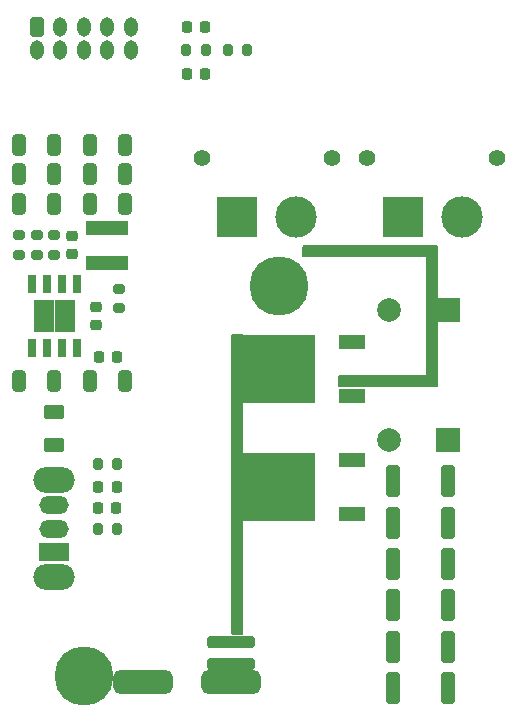
<source format=gbr>
G04 #@! TF.GenerationSoftware,KiCad,Pcbnew,(6.0.5)*
G04 #@! TF.CreationDate,2022-07-13T00:10:43+09:00*
G04 #@! TF.ProjectId,ORION_power_v1,4f52494f-4e5f-4706-9f77-65725f76312e,rev?*
G04 #@! TF.SameCoordinates,Original*
G04 #@! TF.FileFunction,Soldermask,Bot*
G04 #@! TF.FilePolarity,Negative*
%FSLAX46Y46*%
G04 Gerber Fmt 4.6, Leading zero omitted, Abs format (unit mm)*
G04 Created by KiCad (PCBNEW (6.0.5)) date 2022-07-13 00:10:43*
%MOMM*%
%LPD*%
G01*
G04 APERTURE LIST*
G04 Aperture macros list*
%AMRoundRect*
0 Rectangle with rounded corners*
0 $1 Rounding radius*
0 $2 $3 $4 $5 $6 $7 $8 $9 X,Y pos of 4 corners*
0 Add a 4 corners polygon primitive as box body*
4,1,4,$2,$3,$4,$5,$6,$7,$8,$9,$2,$3,0*
0 Add four circle primitives for the rounded corners*
1,1,$1+$1,$2,$3*
1,1,$1+$1,$4,$5*
1,1,$1+$1,$6,$7*
1,1,$1+$1,$8,$9*
0 Add four rect primitives between the rounded corners*
20,1,$1+$1,$2,$3,$4,$5,0*
20,1,$1+$1,$4,$5,$6,$7,0*
20,1,$1+$1,$6,$7,$8,$9,0*
20,1,$1+$1,$8,$9,$2,$3,0*%
G04 Aperture macros list end*
%ADD10C,5.000000*%
%ADD11RoundRect,0.250000X-0.350000X-0.575000X0.350000X-0.575000X0.350000X0.575000X-0.350000X0.575000X0*%
%ADD12O,1.200000X1.650000*%
%ADD13C,1.400000*%
%ADD14R,3.500000X3.500000*%
%ADD15C,3.500000*%
%ADD16R,2.000000X2.000000*%
%ADD17C,2.000000*%
%ADD18O,3.500000X2.200000*%
%ADD19R,2.500000X1.500000*%
%ADD20O,2.500000X1.500000*%
%ADD21RoundRect,0.200000X-0.275000X0.200000X-0.275000X-0.200000X0.275000X-0.200000X0.275000X0.200000X0*%
%ADD22RoundRect,0.225000X0.250000X-0.225000X0.250000X0.225000X-0.250000X0.225000X-0.250000X-0.225000X0*%
%ADD23RoundRect,0.250000X0.362500X1.075000X-0.362500X1.075000X-0.362500X-1.075000X0.362500X-1.075000X0*%
%ADD24RoundRect,0.225000X-0.225000X-0.250000X0.225000X-0.250000X0.225000X0.250000X-0.225000X0.250000X0*%
%ADD25RoundRect,0.225000X-0.250000X0.225000X-0.250000X-0.225000X0.250000X-0.225000X0.250000X0.225000X0*%
%ADD26RoundRect,0.250000X0.325000X0.650000X-0.325000X0.650000X-0.325000X-0.650000X0.325000X-0.650000X0*%
%ADD27RoundRect,0.250000X-0.625000X0.375000X-0.625000X-0.375000X0.625000X-0.375000X0.625000X0.375000X0*%
%ADD28RoundRect,0.218750X0.218750X0.256250X-0.218750X0.256250X-0.218750X-0.256250X0.218750X-0.256250X0*%
%ADD29R,3.600000X1.150000*%
%ADD30RoundRect,0.500000X2.000000X0.500000X-2.000000X0.500000X-2.000000X-0.500000X2.000000X-0.500000X0*%
%ADD31RoundRect,0.200000X0.200000X0.275000X-0.200000X0.275000X-0.200000X-0.275000X0.200000X-0.275000X0*%
%ADD32RoundRect,0.250000X-0.325000X-0.650000X0.325000X-0.650000X0.325000X0.650000X-0.325000X0.650000X0*%
%ADD33RoundRect,0.250000X-1.775000X0.262500X-1.775000X-0.262500X1.775000X-0.262500X1.775000X0.262500X0*%
%ADD34R,0.650000X1.500000*%
%ADD35R,1.800000X1.350000*%
%ADD36R,2.200000X1.200000*%
%ADD37R,6.400000X5.800000*%
%ADD38RoundRect,0.200000X-0.200000X-0.275000X0.200000X-0.275000X0.200000X0.275000X-0.200000X0.275000X0*%
%ADD39RoundRect,0.225000X0.225000X0.250000X-0.225000X0.250000X-0.225000X-0.250000X0.225000X-0.250000X0*%
G04 APERTURE END LIST*
D10*
X51500000Y-92000000D03*
D11*
X47500000Y-37000000D03*
D12*
X47500000Y-39000000D03*
X49500000Y-37000000D03*
X49500000Y-39000000D03*
X51500000Y-37000000D03*
X51500000Y-39000000D03*
X53500000Y-37000000D03*
X53500000Y-39000000D03*
X55500000Y-37000000D03*
X55500000Y-39000000D03*
D13*
X72500000Y-48150000D03*
X61500000Y-48150000D03*
D14*
X64500000Y-53150000D03*
D15*
X69500000Y-53150000D03*
D10*
X68000000Y-59000000D03*
D16*
X82367677Y-72000000D03*
D17*
X77367677Y-72000000D03*
D13*
X75500000Y-48150000D03*
X86500000Y-48150000D03*
D14*
X78500000Y-53150000D03*
D15*
X83500000Y-53150000D03*
D16*
X82367677Y-61000000D03*
D17*
X77367677Y-61000000D03*
D18*
X49000000Y-83600000D03*
X49000000Y-75400000D03*
D19*
X49000000Y-81500000D03*
D20*
X49000000Y-79500000D03*
X49000000Y-77500000D03*
D21*
X46000000Y-54675000D03*
X46000000Y-56325000D03*
D22*
X50500000Y-56275000D03*
X50500000Y-54725000D03*
D23*
X82312500Y-79000000D03*
X77687500Y-79000000D03*
D24*
X52725000Y-76000000D03*
X54275000Y-76000000D03*
D23*
X82312500Y-89500000D03*
X77687500Y-89500000D03*
D21*
X54500000Y-59175000D03*
X54500000Y-60825000D03*
D23*
X82312500Y-75500000D03*
X77687500Y-75500000D03*
D25*
X52500000Y-60725000D03*
X52500000Y-62275000D03*
D26*
X54975000Y-47000000D03*
X52025000Y-47000000D03*
D27*
X49000000Y-69600000D03*
X49000000Y-72400000D03*
D28*
X54247500Y-77720000D03*
X52672500Y-77720000D03*
D26*
X54975000Y-67000000D03*
X52025000Y-67000000D03*
D29*
X53500000Y-56975000D03*
X53500000Y-54025000D03*
D23*
X82312500Y-93000000D03*
X77687500Y-93000000D03*
D30*
X64000000Y-92500000D03*
X56500000Y-92500000D03*
D21*
X49000000Y-54675000D03*
X49000000Y-56325000D03*
D31*
X65325000Y-39000000D03*
X63675000Y-39000000D03*
D32*
X46025000Y-49500000D03*
X48975000Y-49500000D03*
D28*
X61787500Y-37000000D03*
X60212500Y-37000000D03*
D33*
X64000000Y-89062500D03*
X64000000Y-90937500D03*
D31*
X54325000Y-74000000D03*
X52675000Y-74000000D03*
D21*
X47500000Y-54675000D03*
X47500000Y-56325000D03*
D32*
X46025000Y-47000000D03*
X48975000Y-47000000D03*
X46025000Y-52000000D03*
X48975000Y-52000000D03*
D26*
X54975000Y-52000000D03*
X52025000Y-52000000D03*
D34*
X50905000Y-64200000D03*
X49635000Y-64200000D03*
X48365000Y-64200000D03*
X47095000Y-64200000D03*
X47095000Y-58800000D03*
X48365000Y-58800000D03*
X49635000Y-58800000D03*
X50905000Y-58800000D03*
D35*
X49900000Y-60825000D03*
X48100000Y-62175000D03*
X49900000Y-62175000D03*
X48100000Y-60825000D03*
D24*
X60225000Y-41000000D03*
X61775000Y-41000000D03*
D23*
X82312500Y-86000000D03*
X77687500Y-86000000D03*
D36*
X74200000Y-73720000D03*
D37*
X67900000Y-76000000D03*
D36*
X74200000Y-78280000D03*
D38*
X52675000Y-79500000D03*
X54325000Y-79500000D03*
D23*
X82312500Y-82500000D03*
X77687500Y-82500000D03*
D31*
X61825000Y-39000000D03*
X60175000Y-39000000D03*
D36*
X74200000Y-63720000D03*
D37*
X67900000Y-66000000D03*
D36*
X74200000Y-68280000D03*
D26*
X54975000Y-49500000D03*
X52025000Y-49500000D03*
X48975000Y-67000000D03*
X46025000Y-67000000D03*
D39*
X54300000Y-65000000D03*
X52750000Y-65000000D03*
G36*
X64942121Y-63020002D02*
G01*
X64988614Y-63073658D01*
X65000000Y-63126000D01*
X65000000Y-88374000D01*
X64979998Y-88442121D01*
X64926342Y-88488614D01*
X64874000Y-88500000D01*
X64126000Y-88500000D01*
X64057879Y-88479998D01*
X64011386Y-88426342D01*
X64000000Y-88374000D01*
X64000000Y-63126000D01*
X64020002Y-63057879D01*
X64073658Y-63011386D01*
X64126000Y-63000000D01*
X64874000Y-63000000D01*
X64942121Y-63020002D01*
G37*
G36*
X81442121Y-55520002D02*
G01*
X81488614Y-55573658D01*
X81500000Y-55626000D01*
X81500000Y-67374000D01*
X81479998Y-67442121D01*
X81426342Y-67488614D01*
X81374000Y-67500000D01*
X73126000Y-67500000D01*
X73057879Y-67479998D01*
X73011386Y-67426342D01*
X73000000Y-67374000D01*
X73000000Y-66626000D01*
X73020002Y-66557879D01*
X73073658Y-66511386D01*
X73126000Y-66500000D01*
X80481885Y-66500000D01*
X80497124Y-66495525D01*
X80498329Y-66494135D01*
X80500000Y-66486452D01*
X80500000Y-56518115D01*
X80495525Y-56502876D01*
X80494135Y-56501671D01*
X80486452Y-56500000D01*
X70126000Y-56500000D01*
X70057879Y-56479998D01*
X70011386Y-56426342D01*
X70000000Y-56374000D01*
X70000000Y-55626000D01*
X70020002Y-55557879D01*
X70073658Y-55511386D01*
X70126000Y-55500000D01*
X81374000Y-55500000D01*
X81442121Y-55520002D01*
G37*
M02*

</source>
